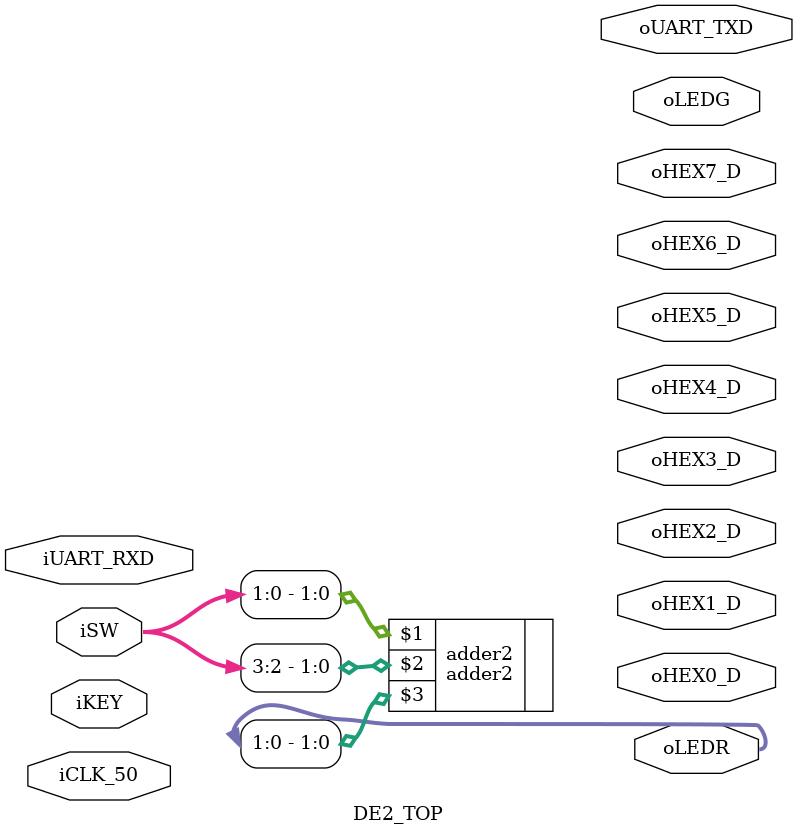
<source format=sv>

module DE2_TOP (
////////////////////////	Clock Input	 	////////////////////////
  input logic	iCLK_50,				//	50 MHz
////////////////////////	Push Button		////////////////////////
  input logic [3:0] iKEY,				//	Pushbutton[3:0]
////////////////////////	DPDT Switch		////////////////////////
  input logic [17:0] iSW,				//	Toggle Switch[17:0]
////////////////////////	7-SEG Dispaly	////////////////////////
  output logic [6:0] oHEX0_D,				//	Seven Segment Digit 0
  output logic [6:0] oHEX1_D,				//	Seven Segment Digit 1
  output logic [6:0] oHEX2_D,				//	Seven Segment Digit 2
  output logic [6:0] oHEX3_D,				//	Seven Segment Digit 3
  output logic [6:0] oHEX4_D,				//	Seven Segment Digit 4
  output logic [6:0] oHEX5_D,				//	Seven Segment Digit 5
  output logic [6:0] oHEX6_D,				//	Seven Segment Digit 6
  output logic [6:0] oHEX7_D,				//	Seven Segment Digit 7
////////////////////////////	LED		////////////////////////////
  output logic [8:0] oLEDG,				//	LED Green[8:0]
  output logic [17:0] oLEDR,				//	LED Red[17:0]
////////////////////////////	UART	////////////////////////////
  output logic oUART_TXD,				//	UART Transmitter
  input logic iUART_RXD					//	UART Receiver
);

//===========================================================================
// PARAMETER declarations
//===========================================================================


///////////////////////////////////////////////////////////////////
//=============================================================================
// REG/WIRE declarations
//=============================================================================



//=============================================================================
// Structural coding
//=============================================================================
	adder2 adder2(iSW[1:0],iSW[3:2],oLEDR[1:0]);
endmodule


</source>
